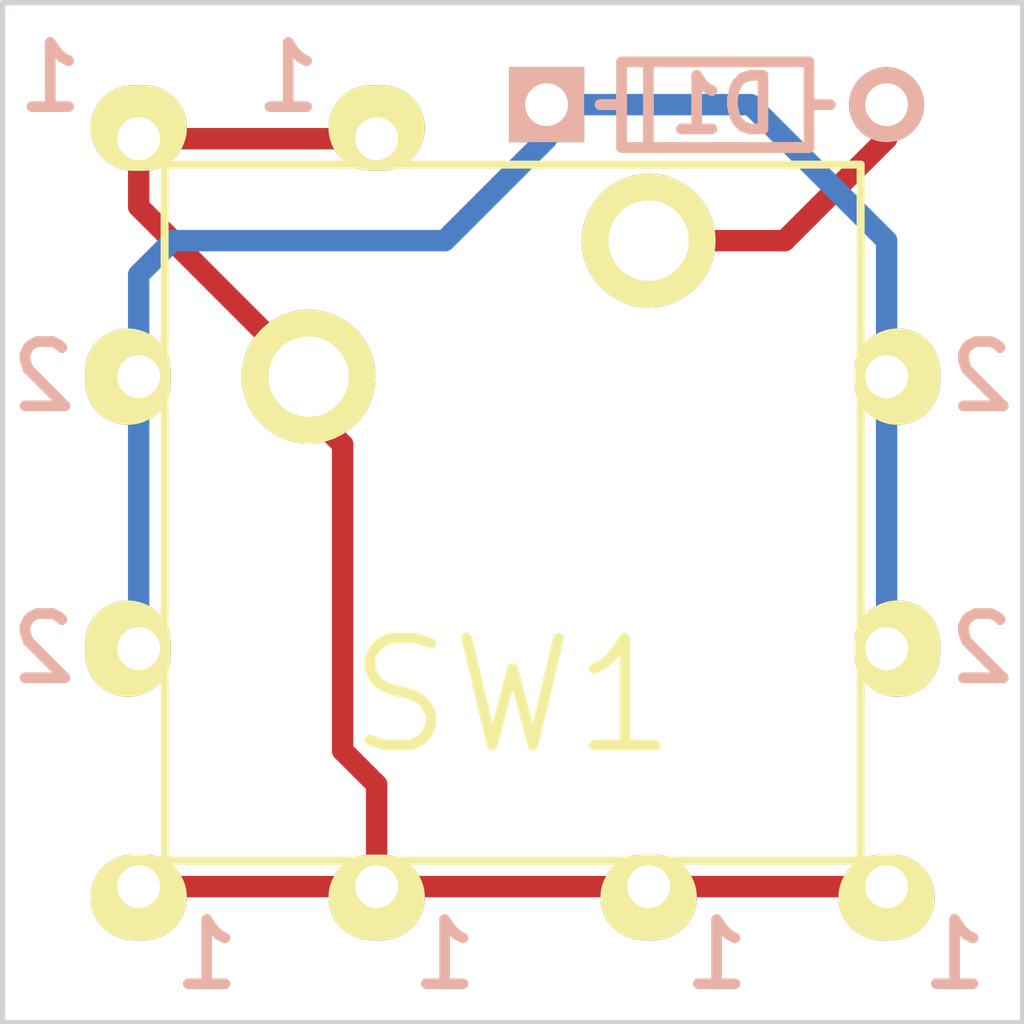
<source format=kicad_pcb>
(kicad_pcb (version 20171130) (host pcbnew "(5.1.12)-1")

  (general
    (thickness 1.6)
    (drawings 14)
    (tracks 24)
    (zones 0)
    (modules 12)
    (nets 4)
  )

  (page A4)
  (title_block
    (title "Cherry Mx Bitboard")
    (date 2016-06-21)
    (rev 1)
  )

  (layers
    (0 F.Cu signal)
    (31 B.Cu signal)
    (32 B.Adhes user)
    (33 F.Adhes user)
    (34 B.Paste user)
    (35 F.Paste user)
    (36 B.SilkS user)
    (37 F.SilkS user)
    (38 B.Mask user)
    (39 F.Mask user)
    (40 Dwgs.User user)
    (41 Cmts.User user)
    (42 Eco1.User user)
    (43 Eco2.User user)
    (44 Edge.Cuts user)
    (45 Margin user)
    (46 B.CrtYd user)
    (47 F.CrtYd user)
    (48 B.Fab user)
    (49 F.Fab user)
  )

  (setup
    (last_trace_width 0.4)
    (trace_clearance 0.254)
    (zone_clearance 0.508)
    (zone_45_only no)
    (trace_min 0.2)
    (via_size 0.8)
    (via_drill 0.4)
    (via_min_size 0.8)
    (via_min_drill 0.4)
    (uvia_size 0.3)
    (uvia_drill 0.1)
    (uvias_allowed no)
    (uvia_min_size 0.2)
    (uvia_min_drill 0.1)
    (edge_width 0.1)
    (segment_width 0.2)
    (pcb_text_width 0.2)
    (pcb_text_size 1.2 1.2)
    (mod_edge_width 0.15)
    (mod_text_size 1 1)
    (mod_text_width 0.15)
    (pad_size 2.5 2.5)
    (pad_drill 1.5)
    (pad_to_mask_clearance 0)
    (aux_axis_origin 0 0)
    (visible_elements 7FFFFF7F)
    (pcbplotparams
      (layerselection 0x00030_80000001)
      (usegerberextensions false)
      (usegerberattributes true)
      (usegerberadvancedattributes true)
      (creategerberjobfile true)
      (excludeedgelayer true)
      (linewidth 0.100000)
      (plotframeref false)
      (viasonmask false)
      (mode 1)
      (useauxorigin false)
      (hpglpennumber 1)
      (hpglpenspeed 20)
      (hpglpendiameter 15.000000)
      (psnegative false)
      (psa4output false)
      (plotreference true)
      (plotvalue true)
      (plotinvisibletext false)
      (padsonsilk false)
      (subtractmaskfromsilk false)
      (outputformat 1)
      (mirror false)
      (drillshape 1)
      (scaleselection 1)
      (outputdirectory ""))
  )

  (net 0 "")
  (net 1 "Net-(D1-Pad2)")
  (net 2 /2)
  (net 3 /1)

  (net_class Default "これは標準のネット クラスです。"
    (clearance 0.254)
    (trace_width 0.4)
    (via_dia 0.8)
    (via_drill 0.4)
    (uvia_dia 0.3)
    (uvia_drill 0.1)
    (add_net /1)
    (add_net /2)
    (add_net "Net-(D1-Pad2)")
  )

  (module footprint:diode (layer B.Cu) (tedit 57805A6A) (tstamp 578A19F1)
    (at 115.57 100.965)
    (path /576600B4)
    (fp_text reference D1 (at 3.302 0) (layer B.SilkS)
      (effects (font (size 1 1) (thickness 0.2)) (justify mirror))
    )
    (fp_text value D (at 3.2 1.6) (layer B.Fab) hide
      (effects (font (size 1 1) (thickness 0.15)) (justify mirror))
    )
    (fp_line (start 1.4 -0.8) (end 1.4 0.8) (layer B.SilkS) (width 0.2))
    (fp_line (start 4.9 -0.8) (end 1.4 -0.8) (layer B.SilkS) (width 0.2))
    (fp_line (start 4.9 0.8) (end 4.9 -0.8) (layer B.SilkS) (width 0.2))
    (fp_line (start 1.4 0.8) (end 4.9 0.8) (layer B.SilkS) (width 0.2))
    (fp_line (start 1.9 0.8) (end 1.9 -0.8) (layer B.SilkS) (width 0.2))
    (fp_line (start 1.4 0) (end 1 0) (layer B.SilkS) (width 0.2))
    (fp_line (start 4.9 0) (end 5.3 0) (layer B.SilkS) (width 0.2))
    (fp_line (start 1.3992 0) (end 0.9992 0) (layer F.SilkS) (width 0.2))
    (fp_line (start 4.8992 0) (end 5.2992 0) (layer F.SilkS) (width 0.2))
    (fp_line (start 1.89984 0.8) (end 1.89984 -0.8) (layer F.SilkS) (width 0.2))
    (fp_line (start 4.8992 0.8) (end 1.3992 0.8) (layer F.SilkS) (width 0.2))
    (fp_line (start 1.3992 0.8) (end 1.3992 -0.8) (layer F.SilkS) (width 0.2))
    (fp_line (start 1.3992 -0.8) (end 4.8992 -0.8) (layer F.SilkS) (width 0.2))
    (fp_line (start 4.8992 -0.8) (end 4.8992 0.8) (layer F.SilkS) (width 0.2))
    (pad 2 thru_hole circle (at 6.35 0) (size 1.4 1.4) (drill 0.8) (layers *.Cu *.Mask B.SilkS)
      (net 1 "Net-(D1-Pad2)"))
    (pad 1 thru_hole rect (at 0 0) (size 1.4 1.4) (drill 0.8) (layers *.Cu *.Mask B.SilkS)
      (net 2 /2))
  )

  (module footprint:wirepad (layer F.Cu) (tedit 5766A2AC) (tstamp 578A19F6)
    (at 112.395 101.6 180)
    (path /57662110)
    (fp_text reference P11 (at 0 1.905 180) (layer F.SilkS) hide
      (effects (font (size 1 1) (thickness 0.15)))
    )
    (fp_text value CONN_01X01 (at 0 -1.905 180) (layer F.Fab) hide
      (effects (font (size 1 1) (thickness 0.15)))
    )
    (pad 1 thru_hole oval (at 0 0 180) (size 1.8 1.6) (drill 0.8 (offset 0 0.2)) (layers *.Cu *.Mask F.SilkS)
      (net 3 /1))
  )

  (module footprint:wirepad (layer F.Cu) (tedit 5766A2AC) (tstamp 578A19FB)
    (at 107.95 101.6 180)
    (path /576621F9)
    (fp_text reference P12 (at 0 1.905 180) (layer F.SilkS) hide
      (effects (font (size 1 1) (thickness 0.15)))
    )
    (fp_text value CONN_01X01 (at 0 -1.905 180) (layer F.Fab) hide
      (effects (font (size 1 1) (thickness 0.15)))
    )
    (pad 1 thru_hole oval (at 0 0 180) (size 1.8 1.6) (drill 0.8 (offset 0 0.2)) (layers *.Cu *.Mask F.SilkS)
      (net 3 /1))
  )

  (module footprint:wirepad (layer F.Cu) (tedit 5766A2AC) (tstamp 578A1A00)
    (at 112.395 115.57)
    (path /57662573)
    (fp_text reference P13 (at 0 1.905) (layer F.SilkS) hide
      (effects (font (size 1 1) (thickness 0.15)))
    )
    (fp_text value CONN_01X01 (at 0 -1.905) (layer F.Fab) hide
      (effects (font (size 1 1) (thickness 0.15)))
    )
    (pad 1 thru_hole oval (at 0 0) (size 1.8 1.6) (drill 0.8 (offset 0 0.2)) (layers *.Cu *.Mask F.SilkS)
      (net 3 /1))
  )

  (module footprint:wirepad (layer F.Cu) (tedit 5766A2AC) (tstamp 578A1A05)
    (at 107.95 115.57)
    (path /576625A6)
    (fp_text reference P14 (at 0 1.905) (layer F.SilkS) hide
      (effects (font (size 1 1) (thickness 0.15)))
    )
    (fp_text value CONN_01X01 (at 0 -1.905) (layer F.Fab) hide
      (effects (font (size 1 1) (thickness 0.15)))
    )
    (pad 1 thru_hole oval (at 0 0) (size 1.8 1.6) (drill 0.8 (offset 0 0.2)) (layers *.Cu *.Mask F.SilkS)
      (net 3 /1))
  )

  (module footprint:wirepad (layer F.Cu) (tedit 5766A2AC) (tstamp 578A1A0A)
    (at 121.92 115.57)
    (path /576625D9)
    (fp_text reference P15 (at 0 1.905) (layer F.SilkS) hide
      (effects (font (size 1 1) (thickness 0.15)))
    )
    (fp_text value CONN_01X01 (at 0 -1.905) (layer F.Fab) hide
      (effects (font (size 1 1) (thickness 0.15)))
    )
    (pad 1 thru_hole oval (at 0 0) (size 1.8 1.6) (drill 0.8 (offset 0 0.2)) (layers *.Cu *.Mask F.SilkS)
      (net 3 /1))
  )

  (module footprint:wirepad (layer F.Cu) (tedit 5766A2AC) (tstamp 578A1A0F)
    (at 117.475 115.57)
    (path /5766261C)
    (fp_text reference P16 (at 0 1.905) (layer F.SilkS) hide
      (effects (font (size 1 1) (thickness 0.15)))
    )
    (fp_text value CONN_01X01 (at 0 -1.905) (layer F.Fab) hide
      (effects (font (size 1 1) (thickness 0.15)))
    )
    (pad 1 thru_hole oval (at 0 0) (size 1.8 1.6) (drill 0.8 (offset 0 0.2)) (layers *.Cu *.Mask F.SilkS)
      (net 3 /1))
  )

  (module footprint:wirepad (layer F.Cu) (tedit 5766A2AC) (tstamp 578A1A14)
    (at 121.92 111.125 90)
    (path /5765FFFB)
    (fp_text reference P21 (at 0 1.905 90) (layer F.SilkS) hide
      (effects (font (size 1 1) (thickness 0.15)))
    )
    (fp_text value CONN_01X01 (at 0 -1.905 90) (layer F.Fab) hide
      (effects (font (size 1 1) (thickness 0.15)))
    )
    (pad 1 thru_hole oval (at 0 0 90) (size 1.8 1.6) (drill 0.8 (offset 0 0.2)) (layers *.Cu *.Mask F.SilkS)
      (net 2 /2))
  )

  (module footprint:wirepad (layer F.Cu) (tedit 5766A2AC) (tstamp 578A1A19)
    (at 121.92 106.045 90)
    (path /57661EE3)
    (fp_text reference P22 (at 0 1.905 90) (layer F.SilkS) hide
      (effects (font (size 1 1) (thickness 0.15)))
    )
    (fp_text value CONN_01X01 (at 0 -1.905 90) (layer F.Fab) hide
      (effects (font (size 1 1) (thickness 0.15)))
    )
    (pad 1 thru_hole oval (at 0 0 90) (size 1.8 1.6) (drill 0.8 (offset 0 0.2)) (layers *.Cu *.Mask F.SilkS)
      (net 2 /2))
  )

  (module footprint:wirepad (layer F.Cu) (tedit 5766A2AC) (tstamp 578A1A1E)
    (at 107.95 106.045 270)
    (path /57662661)
    (fp_text reference P23 (at 0 1.905 270) (layer F.SilkS) hide
      (effects (font (size 1 1) (thickness 0.15)))
    )
    (fp_text value CONN_01X01 (at 0 -1.905 270) (layer F.Fab) hide
      (effects (font (size 1 1) (thickness 0.15)))
    )
    (pad 1 thru_hole oval (at 0 0 270) (size 1.8 1.6) (drill 0.8 (offset 0 0.2)) (layers *.Cu *.Mask F.SilkS)
      (net 2 /2))
  )

  (module footprint:wirepad (layer F.Cu) (tedit 5766A2AC) (tstamp 578A1A23)
    (at 107.95 111.125 270)
    (path /57660028)
    (fp_text reference P24 (at 0 1.905 270) (layer F.SilkS) hide
      (effects (font (size 1 1) (thickness 0.15)))
    )
    (fp_text value CONN_01X01 (at 0 -1.905 270) (layer F.Fab) hide
      (effects (font (size 1 1) (thickness 0.15)))
    )
    (pad 1 thru_hole oval (at 0 0 270) (size 1.8 1.6) (drill 0.8 (offset 0 0.2)) (layers *.Cu *.Mask F.SilkS)
      (net 2 /2))
  )

  (module footprint:switch (layer F.Cu) (tedit 578B10FC) (tstamp 578A1A32)
    (at 114.935 108.585)
    (path /5766005F)
    (fp_text reference SW1 (at 0 3.429) (layer F.SilkS)
      (effects (font (size 2 2) (thickness 0.2)))
    )
    (fp_text value SW_PUSH (at 0 -7.5) (layer F.Fab) hide
      (effects (font (size 1 1) (thickness 0.15)))
    )
    (fp_line (start -6.5 6.5) (end -6.5 -6.5) (layer F.SilkS) (width 0.15))
    (fp_line (start 6.5 6.5) (end -6.5 6.5) (layer F.SilkS) (width 0.15))
    (fp_line (start 6.5 -6.5) (end 6.5 6.5) (layer F.SilkS) (width 0.15))
    (fp_line (start -6.5 -6.5) (end 6.5 -6.5) (layer F.SilkS) (width 0.15))
    (pad "" np_thru_hole circle (at 5.08 0) (size 1.71 1.71) (drill 1.71) (layers *.Cu *.Mask F.SilkS))
    (pad 2 thru_hole circle (at 2.54 -5.08) (size 2.5 2.5) (drill 1.5) (layers *.Cu *.Mask F.SilkS)
      (net 1 "Net-(D1-Pad2)"))
    (pad "" np_thru_hole circle (at 0 0) (size 4 4) (drill 4) (layers *.Cu *.Mask F.SilkS))
    (pad 1 thru_hole circle (at -3.81 -2.54) (size 2.5 2.5) (drill 1.5) (layers *.Cu *.Mask F.SilkS)
      (net 3 /1))
    (pad "" np_thru_hole circle (at -5.08 0) (size 1.71 1.71) (drill 1.71) (layers *.Cu *.Mask F.SilkS))
    (pad "" np_thru_hole circle (at 1.27 5.08) (size 0.8 0.8) (drill 0.8) (layers *.Cu *.Mask F.SilkS))
    (pad "" np_thru_hole circle (at -1.27 5.08) (size 0.8 0.8) (drill 0.8) (layers *.Cu *.Mask F.SilkS))
  )

  (gr_text 2 (at 106.172 111.125) (layer B.SilkS)
    (effects (font (size 1.2 1.2) (thickness 0.2)) (justify mirror))
  )
  (gr_text 2 (at 106.172 106.045) (layer B.SilkS)
    (effects (font (size 1.2 1.2) (thickness 0.2)) (justify mirror))
  )
  (gr_text 1 (at 109.22 116.84) (layer B.SilkS)
    (effects (font (size 1.2 1.2) (thickness 0.2)) (justify mirror))
  )
  (gr_text 1 (at 106.299 100.457) (layer B.SilkS)
    (effects (font (size 1.2 1.2) (thickness 0.2)) (justify mirror))
  )
  (gr_text 1 (at 113.665 116.84) (layer B.SilkS)
    (effects (font (size 1.2 1.2) (thickness 0.2)) (justify mirror))
  )
  (gr_text 1 (at 118.745 116.84) (layer B.SilkS)
    (effects (font (size 1.2 1.2) (thickness 0.2)) (justify mirror))
  )
  (gr_text 1 (at 123.19 116.84) (layer B.SilkS)
    (effects (font (size 1.2 1.2) (thickness 0.2)) (justify mirror))
  )
  (gr_text 2 (at 123.698 111.125) (layer B.SilkS)
    (effects (font (size 1.2 1.2) (thickness 0.2)) (justify mirror))
  )
  (gr_text 2 (at 123.698 106.045) (layer B.SilkS)
    (effects (font (size 1.2 1.2) (thickness 0.2)) (justify mirror))
  )
  (gr_text 1 (at 110.744 100.457) (layer B.SilkS)
    (effects (font (size 1.2 1.2) (thickness 0.2)) (justify mirror))
  )
  (gr_line (start 105.41 118.11) (end 105.41 99.06) (angle 90) (layer Edge.Cuts) (width 0.1))
  (gr_line (start 124.46 118.11) (end 105.41 118.11) (angle 90) (layer Edge.Cuts) (width 0.1))
  (gr_line (start 124.46 99.06) (end 124.46 118.11) (angle 90) (layer Edge.Cuts) (width 0.1))
  (gr_line (start 105.41 99.06) (end 124.46 99.06) (angle 90) (layer Edge.Cuts) (width 0.1))

  (segment (start 117.475 103.505) (end 120.015 103.505) (width 0.4) (layer F.Cu) (net 1))
  (segment (start 120.015 103.505) (end 121.92 101.6) (width 0.4) (layer F.Cu) (net 1) (tstamp 578A2BC6))
  (segment (start 121.92 101.6) (end 121.92 100.965) (width 0.4) (layer F.Cu) (net 1) (tstamp 578A2BCB))
  (segment (start 121.92 106.045) (end 121.92 111.125) (width 0.4) (layer B.Cu) (net 2))
  (segment (start 107.95 106.045) (end 107.95 111.125) (width 0.4) (layer B.Cu) (net 2))
  (segment (start 115.57 100.965) (end 115.57 101.6) (width 0.4) (layer B.Cu) (net 2))
  (segment (start 115.57 101.6) (end 113.665 103.505) (width 0.4) (layer B.Cu) (net 2) (tstamp 578A2BE7))
  (segment (start 107.95 104.14) (end 107.95 106.045) (width 0.4) (layer B.Cu) (net 2) (tstamp 578A2BF4))
  (segment (start 108.585 103.505) (end 107.95 104.14) (width 0.4) (layer B.Cu) (net 2) (tstamp 578A2BF1))
  (segment (start 113.665 103.505) (end 108.585 103.505) (width 0.4) (layer B.Cu) (net 2) (tstamp 578A2BEC))
  (segment (start 115.57 100.965) (end 119.38 100.965) (width 0.4) (layer B.Cu) (net 2))
  (segment (start 121.92 103.505) (end 121.92 106.045) (width 0.4) (layer B.Cu) (net 2) (tstamp 578A2BDA))
  (segment (start 119.38 100.965) (end 121.92 103.505) (width 0.4) (layer B.Cu) (net 2) (tstamp 578A2BD7))
  (segment (start 111.125 106.045) (end 111.125 106.68) (width 0.4) (layer F.Cu) (net 3))
  (segment (start 111.125 106.68) (end 111.76 107.315) (width 0.4) (layer F.Cu) (net 3) (tstamp 578A2C95))
  (segment (start 112.395 113.665) (end 112.395 115.57) (width 0.4) (layer F.Cu) (net 3) (tstamp 578A2C98))
  (segment (start 111.76 113.03) (end 112.395 113.665) (width 0.4) (layer F.Cu) (net 3) (tstamp 578A2C97))
  (segment (start 111.76 107.315) (end 111.76 113.03) (width 0.4) (layer F.Cu) (net 3) (tstamp 578A2C96))
  (segment (start 117.475 115.57) (end 121.92 115.57) (width 0.4) (layer F.Cu) (net 3))
  (segment (start 112.395 115.57) (end 117.475 115.57) (width 0.4) (layer F.Cu) (net 3))
  (segment (start 107.95 115.57) (end 112.395 115.57) (width 0.4) (layer F.Cu) (net 3))
  (segment (start 112.395 101.6) (end 107.95 101.6) (width 0.4) (layer F.Cu) (net 3))
  (segment (start 107.95 101.6) (end 107.95 102.87) (width 0.4) (layer F.Cu) (net 3))
  (segment (start 107.95 102.87) (end 111.125 106.045) (width 0.4) (layer F.Cu) (net 3) (tstamp 578A2C07))

)

</source>
